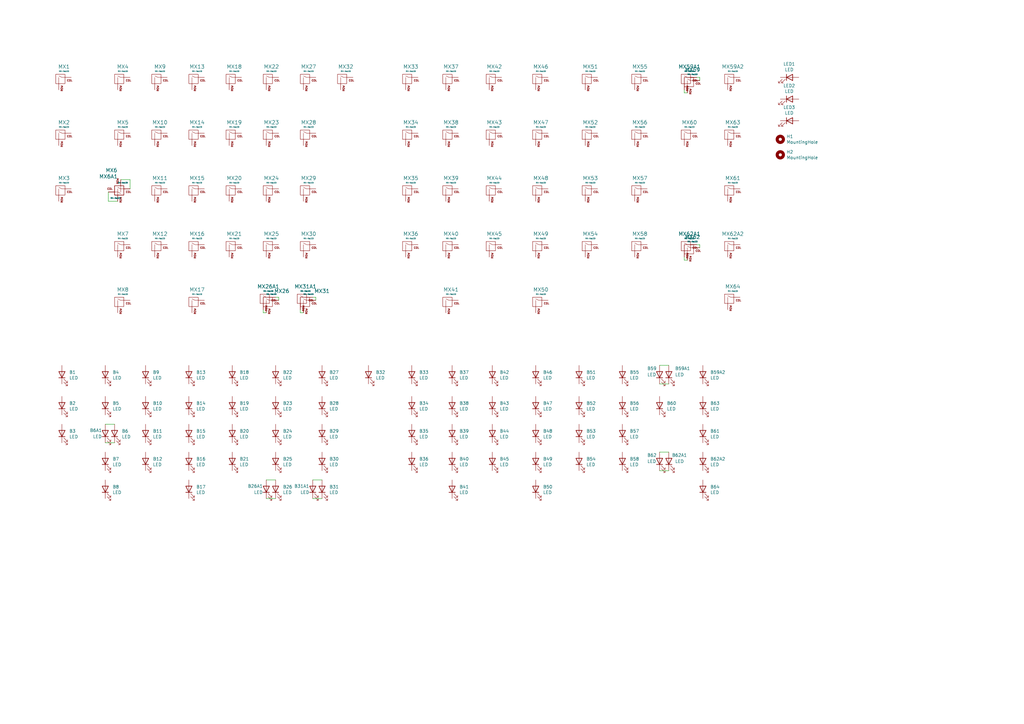
<source format=kicad_sch>
(kicad_sch (version 20230121) (generator eeschema)
  (paper "A3")
  (title_block (title "Alice Template") (rev "1.0") (company "Audrentis"))
  (lib_symbols
    (symbol "Device:LED" (pin_numbers hide) (pin_names (offset 1.016) hide)
      (property "Reference" "D" (at 0 2.54 0))
      (property "Value" "LED" (at 0 -2.54 0))
      (symbol "LED_0_1"
        (polyline (pts (xy -1.27 -1.27) (xy -1.27 1.27)) (stroke (width 0.254)))
        (polyline (pts (xy -1.27 0) (xy 1.27 0)))
        (polyline (pts (xy 1.27 -1.27) (xy 1.27 1.27) (xy -1.27 0) (xy 1.27 -1.27)) (stroke (width 0.254)))
        (polyline (pts (xy -3.048 -0.762) (xy -4.572 -2.286) (xy -3.81 -2.286) (xy -4.572 -2.286) (xy -4.572 -1.524)))
        (polyline (pts (xy -1.778 -0.762) (xy -3.302 -2.286) (xy -2.54 -2.286) (xy -3.302 -2.286) (xy -3.302 -1.524)))
      )
      (symbol "LED_1_1"
        (pin passive line (at -3.81 0 0) (length 2.54) (name "K") (number "1"))
        (pin passive line (at 3.81 0 180) (length 2.54) (name "A") (number "2"))
      )
    )
    (symbol "Mechanical:MountingHole" (pin_names (offset 1.016))
      (property "Reference" "H" (at 0 5.08 0))
      (property "Value" "MountingHole" (at 0 3.175 0))
      (symbol "MountingHole_0_1"
        (circle (center 0 0) (radius 1.27) (stroke (width 1.27)))
      )
    )
    (symbol "alice template-rescue:MX-NoLED-MX_Alps" (pin_names (offset 1.016))
      (property "Reference" "MX" (at -0.635 3.81 0))
      (property "Value" "MX_Alps_MX-NoLED" (at -0.635 1.27 0))
      (symbol "MX-NoLED-MX_Alps_0_0"
        (rectangle (start -2.54 2.54) (end 1.27 -1.27))
        (polyline (pts (xy -1.27 -1.27) (xy -1.27 1.27)) (stroke (width 0.127)))
        (polyline (pts (xy 1.27 1.27) (xy 0 1.27) (xy -1.27 1.905)) (stroke (width 0.127)))
        (text "COL" (at 3.175 0 0) (effects (font (size 0.762 0.762))))
        (text "ROW" (at 0 -1.905 900) (effects (font (size 0.762 0.762)) (justify right)))
      )
      (symbol "MX-NoLED-MX_Alps_1_1"
        (pin passive line (at 3.81 1.27 180) (length 2.54) (name "COL") (number "1"))
        (pin passive line (at -1.27 -3.81 90) (length 2.54) (name "ROW") (number "2"))
      )
    )
  )
  (wire (pts (xy 114.3 121.92) (xy 114.3 123.19)))
  (wire (pts (xy 123.19 127) (xy 123.19 128.27)))
  (wire (pts (xy 280.67 38.1) (xy 281.94 38.1)))
  (wire (pts (xy 113.03 121.92) (xy 114.3 121.92)))
  (wire (pts (xy 107.95 127) (xy 107.95 128.27)))
  (wire (pts (xy 107.95 128.27) (xy 109.22 128.27)))
  (wire (pts (xy 285.75 100.33) (xy 287.02 100.33)))
  (wire (pts (xy 44.45 78.74) (xy 44.45 82.55)))
  (wire (pts (xy 270.51 157.48) (xy 274.32 157.48)))
  (wire (pts (xy 280.67 106.68) (xy 281.94 106.68)))
  (wire (pts (xy 109.22 204.47) (xy 113.03 204.47)))
  (wire (pts (xy 128.27 204.47) (xy 132.08 204.47)))
  (wire (pts (xy 53.34 73.66) (xy 53.34 77.47)))
  (wire (pts (xy 43.18 173.99) (xy 46.99 173.99)))
  (wire (pts (xy 123.19 128.27) (xy 124.46 128.27)))
  (wire (pts (xy 49.53 73.66) (xy 53.34 73.66)))
  (wire (pts (xy 285.75 31.75) (xy 287.02 31.75)))
  (wire (pts (xy 44.45 82.55) (xy 48.26 82.55)))
  (wire (pts (xy 280.67 105.41) (xy 280.67 106.68)))
  (wire (pts (xy 128.27 121.92) (xy 129.54 121.92)))
  (wire (pts (xy 270.51 193.04) (xy 274.32 193.04)))
  (wire (pts (xy 270.51 185.42) (xy 274.32 185.42)))
  (wire (pts (xy 270.51 149.86) (xy 274.32 149.86)))
  (wire (pts (xy 43.18 181.61) (xy 46.99 181.61)))
  (wire (pts (xy 109.22 196.85) (xy 113.03 196.85)))
  (wire (pts (xy 280.67 36.83) (xy 280.67 38.1)))
  (wire (pts (xy 287.02 31.75) (xy 287.02 33.02)))
  (wire (pts (xy 129.54 121.92) (xy 129.54 123.19)))
  (wire (pts (xy 128.27 196.85) (xy 132.08 196.85)))
  (wire (pts (xy 287.02 100.33) (xy 287.02 101.6)))
  (symbol (lib_id "Device:LED") (at 323.85 31.75 0) (unit 1)
    (property "Reference" "LED1" (at 323.6722 26.2636 0))
    (property "Value" "LED" (at 323.6722 28.575 0))
    (property "Footprint" "LED_THT:LED_D3.0mm" (effects hide))
  )
  (symbol (lib_id "Device:LED") (at 323.85 40.64 0) (unit 1)
    (property "Reference" "LED2" (at 323.6722 35.1536 0))
    (property "Value" "LED" (at 323.6722 37.465 0))
    (property "Footprint" "LED_THT:LED_D3.0mm" (effects hide))
  )
  (symbol (lib_id "Device:LED") (at 323.85 49.53 0) (unit 1)
    (property "Reference" "LED3" (at 323.6722 44.0436 0))
    (property "Value" "LED" (at 323.6722 46.355 0))
    (property "Footprint" "LED_THT:LED_D3.0mm" (effects hide))
  )
  (symbol (lib_id "alice template-rescue:MX-NoLED-MX_Alps") (at 25.4 33.02 0) (unit 1)
    (property "Reference" "MX1" (at 26.2382 27.3558 0) (effects (font (size 1.524 1.524))))
    (property "Value" "MX-NoLED" (at 26.2382 29.2354 0) (effects (font (size 0.508 0.508))))
    (property "Footprint" "MX_Alps:MXOnly-1U-NoLED" (effects hide))
  )
  (symbol (lib_id "alice template-rescue:MX-NoLED-MX_Alps") (at 25.4 55.88 0) (unit 1)
    (property "Reference" "MX2" (at 26.2382 50.2158 0) (effects (font (size 1.524 1.524))))
    (property "Value" "MX-NoLED" (at 26.2382 52.0954 0) (effects (font (size 0.508 0.508))))
    (property "Footprint" "MX_Alps:MXOnly-1U-NoLED" (effects hide))
  )
  (symbol (lib_id "alice template-rescue:MX-NoLED-MX_Alps") (at 25.4 78.74 0) (unit 1)
    (property "Reference" "MX3" (at 26.2382 73.0758 0) (effects (font (size 1.524 1.524))))
    (property "Value" "MX-NoLED" (at 26.2382 74.9554 0) (effects (font (size 0.508 0.508))))
    (property "Footprint" "MX_Alps:MXOnly-1U-NoLED" (effects hide))
  )
  (symbol (lib_id "alice template-rescue:MX-NoLED-MX_Alps") (at 49.53 33.02 0) (unit 1)
    (property "Reference" "MX4" (at 50.3682 27.3558 0) (effects (font (size 1.524 1.524))))
    (property "Value" "MX-NoLED" (at 50.3682 29.2354 0) (effects (font (size 0.508 0.508))))
    (property "Footprint" "MX_Alps:MXOnly-1U-NoLED" (effects hide))
  )
  (symbol (lib_id "alice template-rescue:MX-NoLED-MX_Alps") (at 64.77 33.02 0) (unit 1)
    (property "Reference" "MX9" (at 65.6082 27.3558 0) (effects (font (size 1.524 1.524))))
    (property "Value" "MX-NoLED" (at 65.6082 29.2354 0) (effects (font (size 0.508 0.508))))
    (property "Footprint" "MX_Alps:MXOnly-1U-NoLED" (effects hide))
  )
  (symbol (lib_id "alice template-rescue:MX-NoLED-MX_Alps") (at 49.53 55.88 0) (unit 1)
    (property "Reference" "MX5" (at 50.3682 50.2158 0) (effects (font (size 1.524 1.524))))
    (property "Value" "MX-NoLED" (at 50.3682 52.0954 0) (effects (font (size 0.508 0.508))))
    (property "Footprint" "MX_Alps:MXOnly-1.5U-NoLED" (effects hide))
  )
  (symbol (lib_id "alice template-rescue:MX-NoLED-MX_Alps") (at 49.53 78.74 0) (unit 1)
    (property "Reference" "MX6" (at 45.72 69.85 0) (effects (font (size 1.524 1.524))))
    (property "Value" "MX-NoLED" (at 50.3682 74.9554 0) (effects (font (size 0.508 0.508))))
    (property "Footprint" "MX_Alps:MXOnly-1.75U-NoLED" (effects hide))
  )
  (symbol (lib_id "alice template-rescue:MX-NoLED-MX_Alps") (at 49.53 101.6 0) (unit 1)
    (property "Reference" "MX7" (at 50.3682 95.9358 0) (effects (font (size 1.524 1.524))))
    (property "Value" "MX-NoLED" (at 50.3682 97.8154 0) (effects (font (size 0.508 0.508))))
    (property "Footprint" "MX_Alps:MXOnly-2.25U-NoLED" (effects hide))
  )
  (symbol (lib_id "alice template-rescue:MX-NoLED-MX_Alps") (at 49.53 124.46 0) (unit 1)
    (property "Reference" "MX8" (at 50.3682 118.7958 0) (effects (font (size 1.524 1.524))))
    (property "Value" "MX-NoLED" (at 50.3682 120.6754 0) (effects (font (size 0.508 0.508))))
    (property "Footprint" "MX_Alps:MXOnly-1.5U-NoLED" (effects hide))
  )
  (symbol (lib_id "alice template-rescue:MX-NoLED-MX_Alps") (at 125.73 33.02 0) (unit 1)
    (property "Reference" "MX27" (at 126.5682 27.3558 0) (effects (font (size 1.524 1.524))))
    (property "Value" "MX-NoLED" (at 126.5682 29.2354 0) (effects (font (size 0.508 0.508))))
    (property "Footprint" "MX_Alps:MXOnly-1U-NoLED" (effects hide))
  )
  (symbol (lib_id "alice template-rescue:MX-NoLED-MX_Alps") (at 125.73 55.88 0) (unit 1)
    (property "Reference" "MX28" (at 126.5682 50.2158 0) (effects (font (size 1.524 1.524))))
    (property "Value" "MX-NoLED" (at 126.5682 52.0954 0) (effects (font (size 0.508 0.508))))
    (property "Footprint" "MX_Alps:MXOnly-1U-NoLED" (effects hide))
  )
  (symbol (lib_id "alice template-rescue:MX-NoLED-MX_Alps") (at 125.73 78.74 0) (unit 1)
    (property "Reference" "MX29" (at 126.5682 73.0758 0) (effects (font (size 1.524 1.524))))
    (property "Value" "MX-NoLED" (at 126.5682 74.9554 0) (effects (font (size 0.508 0.508))))
    (property "Footprint" "MX_Alps:MXOnly-1U-NoLED" (effects hide))
  )
  (symbol (lib_id "alice template-rescue:MX-NoLED-MX_Alps") (at 125.73 101.6 0) (unit 1)
    (property "Reference" "MX30" (at 126.5682 95.9358 0) (effects (font (size 1.524 1.524))))
    (property "Value" "MX-NoLED" (at 126.5682 97.8154 0) (effects (font (size 0.508 0.508))))
    (property "Footprint" "MX_Alps:MXOnly-1U-NoLED" (effects hide))
  )
  (symbol (lib_id "alice template-rescue:MX-NoLED-MX_Alps") (at 140.97 33.02 0) (unit 1)
    (property "Reference" "MX32" (at 141.8082 27.3558 0) (effects (font (size 1.524 1.524))))
    (property "Value" "MX-NoLED" (at 141.8082 29.2354 0) (effects (font (size 0.508 0.508))))
    (property "Footprint" "MX_Alps:MXOnly-1U-NoLED" (effects hide))
  )
  (symbol (lib_id "alice template-rescue:MX-NoLED-MX_Alps") (at 125.73 124.46 0) (unit 1)
    (property "Reference" "MX31" (at 132.08 119.38 0) (effects (font (size 1.524 1.524))))
    (property "Value" "MX-NoLED" (at 126.5682 120.6754 0) (effects (font (size 0.508 0.508))))
    (property "Footprint" "MX_Alps:MXOnly-1U-NoLED" (effects hide))
  )
  (symbol (lib_id "alice template-rescue:MX-NoLED-MX_Alps") (at 124.46 123.19 0) (unit 1)
    (property "Reference" "MX31A1" (at 125.2982 117.5258 0) (effects (font (size 1.524 1.524))))
    (property "Value" "MX-NoLED" (at 125.2982 119.4054 0) (effects (font (size 0.508 0.508))))
    (property "Footprint" "MX_Alps:MXOnly-1.25U-NoLED" (effects hide))
  )
  (symbol (lib_id "alice template-rescue:MX-NoLED-MX_Alps") (at 48.26 77.47 180) (unit 1)
    (property "Reference" "MX6A1" (at 44.45 72.39 0) (effects (font (size 1.524 1.524))))
    (property "Value" "MX-NoLED" (at 47.4218 81.2546 0) (effects (font (size 0.508 0.508))))
    (property "Footprint" "MX_Alps:MXOnly-1.25U-NoLED" (effects hide))
  )
  (symbol (lib_id "alice template-rescue:MX-NoLED-MX_Alps") (at 64.77 55.88 0) (unit 1)
    (property "Reference" "MX10" (at 65.6082 50.2158 0) (effects (font (size 1.524 1.524))))
    (property "Value" "MX-NoLED" (at 65.6082 52.0954 0) (effects (font (size 0.508 0.508))))
    (property "Footprint" "MX_Alps:MXOnly-1U-NoLED" (effects hide))
  )
  (symbol (lib_id "alice template-rescue:MX-NoLED-MX_Alps") (at 64.77 78.74 0) (unit 1)
    (property "Reference" "MX11" (at 65.6082 73.0758 0) (effects (font (size 1.524 1.524))))
    (property "Value" "MX-NoLED" (at 65.6082 74.9554 0) (effects (font (size 0.508 0.508))))
    (property "Footprint" "MX_Alps:MXOnly-1U-NoLED" (effects hide))
  )
  (symbol (lib_id "alice template-rescue:MX-NoLED-MX_Alps") (at 64.77 101.6 0) (unit 1)
    (property "Reference" "MX12" (at 65.6082 95.9358 0) (effects (font (size 1.524 1.524))))
    (property "Value" "MX-NoLED" (at 65.6082 97.8154 0) (effects (font (size 0.508 0.508))))
    (property "Footprint" "MX_Alps:MXOnly-1U-NoLED" (effects hide))
  )
  (symbol (lib_id "Device:LED") (at 25.4 153.67 90) (unit 1)
    (property "Reference" "B1" (at 28.3718 152.6794 90) (effects (justify right)))
    (property "Value" "LED" (at 28.3718 154.9908 90) (effects (justify right)))
    (property "Footprint" "MX_Alps:MXOnly-LEDONLY" (effects hide))
  )
  (symbol (lib_id "Device:LED") (at 25.4 166.37 90) (unit 1)
    (property "Reference" "B2" (at 28.3718 165.3794 90) (effects (justify right)))
    (property "Value" "LED" (at 28.3718 167.6908 90) (effects (justify right)))
    (property "Footprint" "MX_Alps:MXOnly-LEDONLY" (effects hide))
  )
  (symbol (lib_id "Device:LED") (at 25.4 177.8 90) (unit 1)
    (property "Reference" "B3" (at 28.3718 176.8094 90) (effects (justify right)))
    (property "Value" "LED" (at 28.3718 179.1208 90) (effects (justify right)))
    (property "Footprint" "MX_Alps:MXOnly-LEDONLY" (effects hide))
  )
  (symbol (lib_id "Device:LED") (at 43.18 153.67 90) (unit 1)
    (property "Reference" "B4" (at 46.1518 152.6794 90) (effects (justify right)))
    (property "Value" "LED" (at 46.1518 154.9908 90) (effects (justify right)))
    (property "Footprint" "MX_Alps:MXOnly-LEDONLY" (effects hide))
  )
  (symbol (lib_id "Device:LED") (at 43.18 166.37 90) (unit 1)
    (property "Reference" "B5" (at 46.1518 165.3794 90) (effects (justify right)))
    (property "Value" "LED" (at 46.1518 167.6908 90) (effects (justify right)))
    (property "Footprint" "MX_Alps:MXOnly-LEDONLY" (effects hide))
  )
  (symbol (lib_id "Device:LED") (at 43.18 177.8 90) (unit 1)
    (property "Reference" "B6A1" (at 36.83 176.53 90) (effects (justify right)))
    (property "Value" "LED" (at 38.1 179.07 90) (effects (justify right)))
    (property "Footprint" "MX_Alps:MXOnly-LEDONLY" (effects hide))
  )
  (symbol (lib_id "Device:LED") (at 43.18 189.23 90) (unit 1)
    (property "Reference" "B7" (at 46.1518 188.2394 90) (effects (justify right)))
    (property "Value" "LED" (at 46.1518 190.5508 90) (effects (justify right)))
    (property "Footprint" "MX_Alps:MXOnly-LEDONLY" (effects hide))
  )
  (symbol (lib_id "Device:LED") (at 43.18 200.66 90) (unit 1)
    (property "Reference" "B8" (at 46.1518 199.6694 90) (effects (justify right)))
    (property "Value" "LED" (at 46.1518 201.9808 90) (effects (justify right)))
    (property "Footprint" "MX_Alps:MXOnly-LEDONLY" (effects hide))
  )
  (symbol (lib_id "Device:LED") (at 46.99 177.8 90) (unit 1)
    (property "Reference" "B6" (at 49.9618 176.8094 90) (effects (justify right)))
    (property "Value" "LED" (at 49.9618 179.1208 90) (effects (justify right)))
    (property "Footprint" "MX_Alps:MXOnly-LEDONLY" (effects hide))
  )
  (symbol (lib_id "Device:LED") (at 59.69 153.67 90) (unit 1)
    (property "Reference" "B9" (at 62.6618 152.6794 90) (effects (justify right)))
    (property "Value" "LED" (at 62.6618 154.9908 90) (effects (justify right)))
    (property "Footprint" "MX_Alps:MXOnly-LEDONLY" (effects hide))
  )
  (symbol (lib_id "Device:LED") (at 59.69 166.37 90) (unit 1)
    (property "Reference" "B10" (at 62.6872 165.3794 90) (effects (justify right)))
    (property "Value" "LED" (at 62.6872 167.6908 90) (effects (justify right)))
    (property "Footprint" "MX_Alps:MXOnly-LEDONLY" (effects hide))
  )
  (symbol (lib_id "Device:LED") (at 59.69 177.8 90) (unit 1)
    (property "Reference" "B11" (at 62.6872 176.8094 90) (effects (justify right)))
    (property "Value" "LED" (at 62.6872 179.1208 90) (effects (justify right)))
    (property "Footprint" "MX_Alps:MXOnly-LEDONLY" (effects hide))
  )
  (symbol (lib_id "Device:LED") (at 59.69 189.23 90) (unit 1)
    (property "Reference" "B12" (at 62.6872 188.2394 90) (effects (justify right)))
    (property "Value" "LED" (at 62.6872 190.5508 90) (effects (justify right)))
    (property "Footprint" "MX_Alps:MXOnly-LEDONLY" (effects hide))
  )
  (symbol (lib_id "Device:LED") (at 132.08 153.67 90) (unit 1)
    (property "Reference" "B27" (at 135.0772 152.6794 90) (effects (justify right)))
    (property "Value" "LED" (at 135.0772 154.9908 90) (effects (justify right)))
    (property "Footprint" "MX_Alps:MXOnly-LEDONLY" (effects hide))
  )
  (symbol (lib_id "Device:LED") (at 132.08 166.37 90) (unit 1)
    (property "Reference" "B28" (at 135.0772 165.3794 90) (effects (justify right)))
    (property "Value" "LED" (at 135.0772 167.6908 90) (effects (justify right)))
    (property "Footprint" "MX_Alps:MXOnly-LEDONLY" (effects hide))
  )
  (symbol (lib_id "Device:LED") (at 132.08 177.8 90) (unit 1)
    (property "Reference" "B29" (at 135.0772 176.8094 90) (effects (justify right)))
    (property "Value" "LED" (at 135.0772 179.1208 90) (effects (justify right)))
    (property "Footprint" "MX_Alps:MXOnly-LEDONLY" (effects hide))
  )
  (symbol (lib_id "Device:LED") (at 132.08 189.23 90) (unit 1)
    (property "Reference" "B30" (at 135.0772 188.2394 90) (effects (justify right)))
    (property "Value" "LED" (at 135.0772 190.5508 90) (effects (justify right)))
    (property "Footprint" "MX_Alps:MXOnly-LEDONLY" (effects hide))
  )
  (symbol (lib_id "Device:LED") (at 132.08 200.66 90) (unit 1)
    (property "Reference" "B31" (at 135.0772 199.6694 90) (effects (justify right)))
    (property "Value" "LED" (at 135.0772 201.9808 90) (effects (justify right)))
    (property "Footprint" "MX_Alps:MXOnly-LEDONLY" (effects hide))
  )
  (symbol (lib_id "Device:LED") (at 128.27 200.66 90) (unit 1)
    (property "Reference" "B31A1" (at 120.65 199.39 90) (effects (justify right)))
    (property "Value" "LED" (at 123.19 201.93 90) (effects (justify right)))
    (property "Footprint" "MX_Alps:MXOnly-LEDONLY" (effects hide))
  )
  (symbol (lib_id "Device:LED") (at 151.13 153.67 90) (unit 1)
    (property "Reference" "B32" (at 154.1272 152.6794 90) (effects (justify right)))
    (property "Value" "LED" (at 154.1272 154.9908 90) (effects (justify right)))
    (property "Footprint" "MX_Alps:MXOnly-LEDONLY" (effects hide))
  )
  (symbol (lib_id "alice template-rescue:MX-NoLED-MX_Alps") (at 80.01 33.02 0) (unit 1)
    (property "Reference" "MX13" (at 80.8482 27.3558 0) (effects (font (size 1.524 1.524))))
    (property "Value" "MX-NoLED" (at 80.8482 29.2354 0) (effects (font (size 0.508 0.508))))
    (property "Footprint" "MX_Alps:MXOnly-1U-NoLED" (effects hide))
  )
  (symbol (lib_id "alice template-rescue:MX-NoLED-MX_Alps") (at 80.01 55.88 0) (unit 1)
    (property "Reference" "MX14" (at 80.8482 50.2158 0) (effects (font (size 1.524 1.524))))
    (property "Value" "MX-NoLED" (at 80.8482 52.0954 0) (effects (font (size 0.508 0.508))))
    (property "Footprint" "MX_Alps:MXOnly-1U-NoLED" (effects hide))
  )
  (symbol (lib_id "alice template-rescue:MX-NoLED-MX_Alps") (at 80.01 78.74 0) (unit 1)
    (property "Reference" "MX15" (at 80.8482 73.0758 0) (effects (font (size 1.524 1.524))))
    (property "Value" "MX-NoLED" (at 80.8482 74.9554 0) (effects (font (size 0.508 0.508))))
    (property "Footprint" "MX_Alps:MXOnly-1U-NoLED" (effects hide))
  )
  (symbol (lib_id "alice template-rescue:MX-NoLED-MX_Alps") (at 80.01 101.6 0) (unit 1)
    (property "Reference" "MX16" (at 80.8482 95.9358 0) (effects (font (size 1.524 1.524))))
    (property "Value" "MX-NoLED" (at 80.8482 97.8154 0) (effects (font (size 0.508 0.508))))
    (property "Footprint" "MX_Alps:MXOnly-1U-NoLED" (effects hide))
  )
  (symbol (lib_id "alice template-rescue:MX-NoLED-MX_Alps") (at 80.01 124.46 0) (unit 1)
    (property "Reference" "MX17" (at 80.8482 118.7958 0) (effects (font (size 1.524 1.524))))
    (property "Value" "MX-NoLED" (at 80.8482 120.6754 0) (effects (font (size 0.508 0.508))))
    (property "Footprint" "MX_Alps:MXOnly-1.5U-NoLED" (effects hide))
  )
  (symbol (lib_id "alice template-rescue:MX-NoLED-MX_Alps") (at 167.64 33.02 0) (unit 1)
    (property "Reference" "MX33" (at 168.4782 27.3558 0) (effects (font (size 1.524 1.524))))
    (property "Value" "MX-NoLED" (at 168.4782 29.2354 0) (effects (font (size 0.508 0.508))))
    (property "Footprint" "MX_Alps:MXOnly-1U-NoLED" (effects hide))
  )
  (symbol (lib_id "alice template-rescue:MX-NoLED-MX_Alps") (at 167.64 55.88 0) (unit 1)
    (property "Reference" "MX34" (at 168.4782 50.2158 0) (effects (font (size 1.524 1.524))))
    (property "Value" "MX-NoLED" (at 168.4782 52.0954 0) (effects (font (size 0.508 0.508))))
    (property "Footprint" "MX_Alps:MXOnly-1U-NoLED" (effects hide))
  )
  (symbol (lib_id "alice template-rescue:MX-NoLED-MX_Alps") (at 167.64 78.74 0) (unit 1)
    (property "Reference" "MX35" (at 168.4782 73.0758 0) (effects (font (size 1.524 1.524))))
    (property "Value" "MX-NoLED" (at 168.4782 74.9554 0) (effects (font (size 0.508 0.508))))
    (property "Footprint" "MX_Alps:MXOnly-1U-NoLED" (effects hide))
  )
  (symbol (lib_id "alice template-rescue:MX-NoLED-MX_Alps") (at 167.64 101.6 0) (unit 1)
    (property "Reference" "MX36" (at 168.4782 95.9358 0) (effects (font (size 1.524 1.524))))
    (property "Value" "MX-NoLED" (at 168.4782 97.8154 0) (effects (font (size 0.508 0.508))))
    (property "Footprint" "MX_Alps:MXOnly-1U-NoLED" (effects hide))
  )
  (symbol (lib_id "Device:LED") (at 77.47 153.67 90) (unit 1)
    (property "Reference" "B13" (at 80.4672 152.6794 90) (effects (justify right)))
    (property "Value" "LED" (at 80.4672 154.9908 90) (effects (justify right)))
    (property "Footprint" "MX_Alps:MXOnly-LEDONLY" (effects hide))
  )
  (symbol (lib_id "Device:LED") (at 77.47 166.37 90) (unit 1)
    (property "Reference" "B14" (at 80.4672 165.3794 90) (effects (justify right)))
    (property "Value" "LED" (at 80.4672 167.6908 90) (effects (justify right)))
    (property "Footprint" "MX_Alps:MXOnly-LEDONLY" (effects hide))
  )
  (symbol (lib_id "Device:LED") (at 77.47 177.8 90) (unit 1)
    (property "Reference" "B15" (at 80.4672 176.8094 90) (effects (justify right)))
    (property "Value" "LED" (at 80.4672 179.1208 90) (effects (justify right)))
    (property "Footprint" "MX_Alps:MXOnly-LEDONLY" (effects hide))
  )
  (symbol (lib_id "Device:LED") (at 77.47 189.23 90) (unit 1)
    (property "Reference" "B16" (at 80.4672 188.2394 90) (effects (justify right)))
    (property "Value" "LED" (at 80.4672 190.5508 90) (effects (justify right)))
    (property "Footprint" "MX_Alps:MXOnly-LEDONLY" (effects hide))
  )
  (symbol (lib_id "Device:LED") (at 77.47 200.66 90) (unit 1)
    (property "Reference" "B17" (at 80.4672 199.6694 90) (effects (justify right)))
    (property "Value" "LED" (at 80.4672 201.9808 90) (effects (justify right)))
    (property "Footprint" "MX_Alps:MXOnly-LEDONLY" (effects hide))
  )
  (symbol (lib_id "alice template-rescue:MX-NoLED-MX_Alps") (at 184.15 33.02 0) (unit 1)
    (property "Reference" "MX37" (at 184.9882 27.3558 0) (effects (font (size 1.524 1.524))))
    (property "Value" "MX-NoLED" (at 184.9882 29.2354 0) (effects (font (size 0.508 0.508))))
    (property "Footprint" "MX_Alps:MXOnly-1U-NoLED" (effects hide))
  )
  (symbol (lib_id "alice template-rescue:MX-NoLED-MX_Alps") (at 184.15 55.88 0) (unit 1)
    (property "Reference" "MX38" (at 184.9882 50.2158 0) (effects (font (size 1.524 1.524))))
    (property "Value" "MX-NoLED" (at 184.9882 52.0954 0) (effects (font (size 0.508 0.508))))
    (property "Footprint" "MX_Alps:MXOnly-1U-NoLED" (effects hide))
  )
  (symbol (lib_id "alice template-rescue:MX-NoLED-MX_Alps") (at 184.15 78.74 0) (unit 1)
    (property "Reference" "MX39" (at 184.9882 73.0758 0) (effects (font (size 1.524 1.524))))
    (property "Value" "MX-NoLED" (at 184.9882 74.9554 0) (effects (font (size 0.508 0.508))))
    (property "Footprint" "MX_Alps:MXOnly-1U-NoLED" (effects hide))
  )
  (symbol (lib_id "alice template-rescue:MX-NoLED-MX_Alps") (at 184.15 101.6 0) (unit 1)
    (property "Reference" "MX40" (at 184.9882 95.9358 0) (effects (font (size 1.524 1.524))))
    (property "Value" "MX-NoLED" (at 184.9882 97.8154 0) (effects (font (size 0.508 0.508))))
    (property "Footprint" "MX_Alps:MXOnly-1U-NoLED" (effects hide))
  )
  (symbol (lib_id "alice template-rescue:MX-NoLED-MX_Alps") (at 184.15 124.46 0) (unit 1)
    (property "Reference" "MX41" (at 184.9882 118.7958 0) (effects (font (size 1.524 1.524))))
    (property "Value" "MX-NoLED" (at 184.9882 120.6754 0) (effects (font (size 0.508 0.508))))
    (property "Footprint" "MX_Alps:MXOnly-2.75U-ReversedStabilizers-NoLED" (effects hide))
  )
  (symbol (lib_id "alice template-rescue:MX-NoLED-MX_Alps") (at 95.25 33.02 0) (unit 1)
    (property "Reference" "MX18" (at 96.0882 27.3558 0) (effects (font (size 1.524 1.524))))
    (property "Value" "MX-NoLED" (at 96.0882 29.2354 0) (effects (font (size 0.508 0.508))))
    (property "Footprint" "MX_Alps:MXOnly-1U-NoLED" (effects hide))
  )
  (symbol (lib_id "alice template-rescue:MX-NoLED-MX_Alps") (at 95.25 55.88 0) (unit 1)
    (property "Reference" "MX19" (at 96.0882 50.2158 0) (effects (font (size 1.524 1.524))))
    (property "Value" "MX-NoLED" (at 96.0882 52.0954 0) (effects (font (size 0.508 0.508))))
    (property "Footprint" "MX_Alps:MXOnly-1U-NoLED" (effects hide))
  )
  (symbol (lib_id "alice template-rescue:MX-NoLED-MX_Alps") (at 95.25 78.74 0) (unit 1)
    (property "Reference" "MX20" (at 96.0882 73.0758 0) (effects (font (size 1.524 1.524))))
    (property "Value" "MX-NoLED" (at 96.0882 74.9554 0) (effects (font (size 0.508 0.508))))
    (property "Footprint" "MX_Alps:MXOnly-1U-NoLED" (effects hide))
  )
  (symbol (lib_id "alice template-rescue:MX-NoLED-MX_Alps") (at 95.25 101.6 0) (unit 1)
    (property "Reference" "MX21" (at 96.0882 95.9358 0) (effects (font (size 1.524 1.524))))
    (property "Value" "MX-NoLED" (at 96.0882 97.8154 0) (effects (font (size 0.508 0.508))))
    (property "Footprint" "MX_Alps:MXOnly-1U-NoLED" (effects hide))
  )
  (symbol (lib_id "Mechanical:MountingHole") (at 320.04 57.15 0) (unit 1)
    (property "Reference" "H1" (at 322.58 55.9816 0) (effects (justify left)))
    (property "Value" "MountingHole" (at 322.58 58.293 0) (effects (justify left)))
    (property "Footprint" "MountingHole:MountingHole_5mm" (effects hide))
  )
  (symbol (lib_id "Mechanical:MountingHole") (at 320.04 63.5 0) (unit 1)
    (property "Reference" "H2" (at 322.58 62.3316 0) (effects (justify left)))
    (property "Value" "MountingHole" (at 322.58 64.643 0) (effects (justify left)))
    (property "Footprint" "MountingHole:MountingHole_5mm" (effects hide))
  )
  (symbol (lib_id "Device:LED") (at 168.91 153.67 90) (unit 1)
    (property "Reference" "B33" (at 171.9072 152.6794 90) (effects (justify right)))
    (property "Value" "LED" (at 171.9072 154.9908 90) (effects (justify right)))
    (property "Footprint" "MX_Alps:MXOnly-LEDONLY" (effects hide))
  )
  (symbol (lib_id "Device:LED") (at 168.91 166.37 90) (unit 1)
    (property "Reference" "B34" (at 171.9072 165.3794 90) (effects (justify right)))
    (property "Value" "LED" (at 171.9072 167.6908 90) (effects (justify right)))
    (property "Footprint" "MX_Alps:MXOnly-LEDONLY" (effects hide))
  )
  (symbol (lib_id "Device:LED") (at 168.91 177.8 90) (unit 1)
    (property "Reference" "B35" (at 171.9072 176.8094 90) (effects (justify right)))
    (property "Value" "LED" (at 171.9072 179.1208 90) (effects (justify right)))
    (property "Footprint" "MX_Alps:MXOnly-LEDONLY" (effects hide))
  )
  (symbol (lib_id "Device:LED") (at 168.91 189.23 90) (unit 1)
    (property "Reference" "B36" (at 171.9072 188.2394 90) (effects (justify right)))
    (property "Value" "LED" (at 171.9072 190.5508 90) (effects (justify right)))
    (property "Footprint" "MX_Alps:MXOnly-LEDONLY" (effects hide))
  )
  (symbol (lib_id "Device:LED") (at 185.42 153.67 90) (unit 1)
    (property "Reference" "B37" (at 188.4172 152.6794 90) (effects (justify right)))
    (property "Value" "LED" (at 188.4172 154.9908 90) (effects (justify right)))
    (property "Footprint" "MX_Alps:MXOnly-LEDONLY" (effects hide))
  )
  (symbol (lib_id "Device:LED") (at 185.42 166.37 90) (unit 1)
    (property "Reference" "B38" (at 188.4172 165.3794 90) (effects (justify right)))
    (property "Value" "LED" (at 188.4172 167.6908 90) (effects (justify right)))
    (property "Footprint" "MX_Alps:MXOnly-LEDONLY" (effects hide))
  )
  (symbol (lib_id "Device:LED") (at 185.42 177.8 90) (unit 1)
    (property "Reference" "B39" (at 188.4172 176.8094 90) (effects (justify right)))
    (property "Value" "LED" (at 188.4172 179.1208 90) (effects (justify right)))
    (property "Footprint" "MX_Alps:MXOnly-LEDONLY" (effects hide))
  )
  (symbol (lib_id "Device:LED") (at 185.42 189.23 90) (unit 1)
    (property "Reference" "B40" (at 188.4172 188.2394 90) (effects (justify right)))
    (property "Value" "LED" (at 188.4172 190.5508 90) (effects (justify right)))
    (property "Footprint" "MX_Alps:MXOnly-LEDONLY" (effects hide))
  )
  (symbol (lib_id "Device:LED") (at 185.42 200.66 90) (unit 1)
    (property "Reference" "B41" (at 188.4172 199.6694 90) (effects (justify right)))
    (property "Value" "LED" (at 188.4172 201.9808 90) (effects (justify right)))
    (property "Footprint" "MX_Alps:MXOnly-LEDONLY" (effects hide))
  )
  (symbol (lib_id "Device:LED") (at 95.25 153.67 90) (unit 1)
    (property "Reference" "B18" (at 98.2472 152.6794 90) (effects (justify right)))
    (property "Value" "LED" (at 98.2472 154.9908 90) (effects (justify right)))
    (property "Footprint" "MX_Alps:MXOnly-LEDONLY" (effects hide))
  )
  (symbol (lib_id "Device:LED") (at 95.25 166.37 90) (unit 1)
    (property "Reference" "B19" (at 98.2472 165.3794 90) (effects (justify right)))
    (property "Value" "LED" (at 98.2472 167.6908 90) (effects (justify right)))
    (property "Footprint" "MX_Alps:MXOnly-LEDONLY" (effects hide))
  )
  (symbol (lib_id "Device:LED") (at 95.25 177.8 90) (unit 1)
    (property "Reference" "B20" (at 98.2472 176.8094 90) (effects (justify right)))
    (property "Value" "LED" (at 98.2472 179.1208 90) (effects (justify right)))
    (property "Footprint" "MX_Alps:MXOnly-LEDONLY" (effects hide))
  )
  (symbol (lib_id "Device:LED") (at 95.25 189.23 90) (unit 1)
    (property "Reference" "B21" (at 98.2472 188.2394 90) (effects (justify right)))
    (property "Value" "LED" (at 98.2472 190.5508 90) (effects (justify right)))
    (property "Footprint" "MX_Alps:MXOnly-LEDONLY" (effects hide))
  )
  (symbol (lib_id "alice template-rescue:MX-NoLED-MX_Alps") (at 110.49 33.02 0) (unit 1)
    (property "Reference" "MX22" (at 111.3282 27.3558 0) (effects (font (size 1.524 1.524))))
    (property "Value" "MX-NoLED" (at 111.3282 29.2354 0) (effects (font (size 0.508 0.508))))
    (property "Footprint" "MX_Alps:MXOnly-1U-NoLED" (effects hide))
  )
  (symbol (lib_id "alice template-rescue:MX-NoLED-MX_Alps") (at 110.49 55.88 0) (unit 1)
    (property "Reference" "MX23" (at 111.3282 50.2158 0) (effects (font (size 1.524 1.524))))
    (property "Value" "MX-NoLED" (at 111.3282 52.0954 0) (effects (font (size 0.508 0.508))))
    (property "Footprint" "MX_Alps:MXOnly-1U-NoLED" (effects hide))
  )
  (symbol (lib_id "alice template-rescue:MX-NoLED-MX_Alps") (at 110.49 78.74 0) (unit 1)
    (property "Reference" "MX24" (at 111.3282 73.0758 0) (effects (font (size 1.524 1.524))))
    (property "Value" "MX-NoLED" (at 111.3282 74.9554 0) (effects (font (size 0.508 0.508))))
    (property "Footprint" "MX_Alps:MXOnly-1U-NoLED" (effects hide))
  )
  (symbol (lib_id "alice template-rescue:MX-NoLED-MX_Alps") (at 110.49 101.6 0) (unit 1)
    (property "Reference" "MX25" (at 111.3282 95.9358 0) (effects (font (size 1.524 1.524))))
    (property "Value" "MX-NoLED" (at 111.3282 97.8154 0) (effects (font (size 0.508 0.508))))
    (property "Footprint" "MX_Alps:MXOnly-1U-NoLED" (effects hide))
  )
  (symbol (lib_id "alice template-rescue:MX-NoLED-MX_Alps") (at 201.93 33.02 0) (unit 1)
    (property "Reference" "MX42" (at 202.7682 27.3558 0) (effects (font (size 1.524 1.524))))
    (property "Value" "MX-NoLED" (at 202.7682 29.2354 0) (effects (font (size 0.508 0.508))))
    (property "Footprint" "MX_Alps:MXOnly-1U-NoLED" (effects hide))
  )
  (symbol (lib_id "alice template-rescue:MX-NoLED-MX_Alps") (at 201.93 55.88 0) (unit 1)
    (property "Reference" "MX43" (at 202.7682 50.2158 0) (effects (font (size 1.524 1.524))))
    (property "Value" "MX-NoLED" (at 202.7682 52.0954 0) (effects (font (size 0.508 0.508))))
    (property "Footprint" "MX_Alps:MXOnly-1U-NoLED" (effects hide))
  )
  (symbol (lib_id "alice template-rescue:MX-NoLED-MX_Alps") (at 201.93 78.74 0) (unit 1)
    (property "Reference" "MX44" (at 202.7682 73.0758 0) (effects (font (size 1.524 1.524))))
    (property "Value" "MX-NoLED" (at 202.7682 74.9554 0) (effects (font (size 0.508 0.508))))
    (property "Footprint" "MX_Alps:MXOnly-1U-NoLED" (effects hide))
  )
  (symbol (lib_id "alice template-rescue:MX-NoLED-MX_Alps") (at 201.93 101.6 0) (unit 1)
    (property "Reference" "MX45" (at 202.7682 95.9358 0) (effects (font (size 1.524 1.524))))
    (property "Value" "MX-NoLED" (at 202.7682 97.8154 0) (effects (font (size 0.508 0.508))))
    (property "Footprint" "MX_Alps:MXOnly-1U-NoLED" (effects hide))
  )
  (symbol (lib_id "Device:LED") (at 113.03 153.67 90) (unit 1)
    (property "Reference" "B22" (at 116.0272 152.6794 90) (effects (justify right)))
    (property "Value" "LED" (at 116.0272 154.9908 90) (effects (justify right)))
    (property "Footprint" "MX_Alps:MXOnly-LEDONLY" (effects hide))
  )
  (symbol (lib_id "Device:LED") (at 113.03 166.37 90) (unit 1)
    (property "Reference" "B23" (at 116.0272 165.3794 90) (effects (justify right)))
    (property "Value" "LED" (at 116.0272 167.6908 90) (effects (justify right)))
    (property "Footprint" "MX_Alps:MXOnly-LEDONLY" (effects hide))
  )
  (symbol (lib_id "Device:LED") (at 113.03 177.8 90) (unit 1)
    (property "Reference" "B24" (at 116.0272 176.8094 90) (effects (justify right)))
    (property "Value" "LED" (at 116.0272 179.1208 90) (effects (justify right)))
    (property "Footprint" "MX_Alps:MXOnly-LEDONLY" (effects hide))
  )
  (symbol (lib_id "Device:LED") (at 113.03 189.23 90) (unit 1)
    (property "Reference" "B25" (at 116.0272 188.2394 90) (effects (justify right)))
    (property "Value" "LED" (at 116.0272 190.5508 90) (effects (justify right)))
    (property "Footprint" "MX_Alps:MXOnly-LEDONLY" (effects hide))
  )
  (symbol (lib_id "alice template-rescue:MX-NoLED-MX_Alps") (at 110.49 124.46 0) (unit 1)
    (property "Reference" "MX26" (at 115.57 119.38 0) (effects (font (size 1.524 1.524))))
    (property "Value" "MX-NoLED" (at 111.3282 120.6754 0) (effects (font (size 0.508 0.508))))
    (property "Footprint" "MX_Alps:MXOnly-2.25U-ReversedStabilizers-NoLED" (effects hide))
  )
  (symbol (lib_id "alice template-rescue:MX-NoLED-MX_Alps") (at 109.22 123.19 0) (unit 1)
    (property "Reference" "MX26A1" (at 110.0582 117.5258 0) (effects (font (size 1.524 1.524))))
    (property "Value" "MX-NoLED" (at 110.0582 119.4054 0) (effects (font (size 0.508 0.508))))
    (property "Footprint" "MX_Alps:MXOnly-2U-ReversedStabilizers-NoLED" (effects hide))
  )
  (symbol (lib_id "Device:LED") (at 113.03 200.66 90) (unit 1)
    (property "Reference" "B26" (at 116.0272 199.6694 90) (effects (justify right)))
    (property "Value" "LED" (at 116.0272 201.9808 90) (effects (justify right)))
    (property "Footprint" "MX_Alps:MXOnly-LEDONLY" (effects hide))
  )
  (symbol (lib_id "Device:LED") (at 201.93 153.67 90) (unit 1)
    (property "Reference" "B42" (at 204.9272 152.6794 90) (effects (justify right)))
    (property "Value" "LED" (at 204.9272 154.9908 90) (effects (justify right)))
    (property "Footprint" "MX_Alps:MXOnly-LEDONLY" (effects hide))
  )
  (symbol (lib_id "Device:LED") (at 201.93 166.37 90) (unit 1)
    (property "Reference" "B43" (at 204.9272 165.3794 90) (effects (justify right)))
    (property "Value" "LED" (at 204.9272 167.6908 90) (effects (justify right)))
    (property "Footprint" "MX_Alps:MXOnly-LEDONLY" (effects hide))
  )
  (symbol (lib_id "Device:LED") (at 201.93 177.8 90) (unit 1)
    (property "Reference" "B44" (at 204.9272 176.8094 90) (effects (justify right)))
    (property "Value" "LED" (at 204.9272 179.1208 90) (effects (justify right)))
    (property "Footprint" "MX_Alps:MXOnly-LEDONLY" (effects hide))
  )
  (symbol (lib_id "Device:LED") (at 201.93 189.23 90) (unit 1)
    (property "Reference" "B45" (at 204.9272 188.2394 90) (effects (justify right)))
    (property "Value" "LED" (at 204.9272 190.5508 90) (effects (justify right)))
    (property "Footprint" "MX_Alps:MXOnly-LEDONLY" (effects hide))
  )
  (symbol (lib_id "Device:LED") (at 109.22 200.66 90) (unit 1)
    (property "Reference" "B26A1" (at 101.6 199.39 90) (effects (justify right)))
    (property "Value" "LED" (at 104.14 201.93 90) (effects (justify right)))
    (property "Footprint" "MX_Alps:MXOnly-LEDONLY" (effects hide))
  )
  (symbol (lib_id "alice template-rescue:MX-NoLED-MX_Alps") (at 220.98 33.02 0) (unit 1)
    (property "Reference" "MX46" (at 221.8182 27.3558 0) (effects (font (size 1.524 1.524))))
    (property "Value" "MX-NoLED" (at 221.8182 29.2354 0) (effects (font (size 0.508 0.508))))
    (property "Footprint" "MX_Alps:MXOnly-1U-NoLED" (effects hide))
  )
  (symbol (lib_id "alice template-rescue:MX-NoLED-MX_Alps") (at 220.98 55.88 0) (unit 1)
    (property "Reference" "MX47" (at 221.8182 50.2158 0) (effects (font (size 1.524 1.524))))
    (property "Value" "MX-NoLED" (at 221.8182 52.0954 0) (effects (font (size 0.508 0.508))))
    (property "Footprint" "MX_Alps:MXOnly-1U-NoLED" (effects hide))
  )
  (symbol (lib_id "alice template-rescue:MX-NoLED-MX_Alps") (at 220.98 78.74 0) (unit 1)
    (property "Reference" "MX48" (at 221.8182 73.0758 0) (effects (font (size 1.524 1.524))))
    (property "Value" "MX-NoLED" (at 221.8182 74.9554 0) (effects (font (size 0.508 0.508))))
    (property "Footprint" "MX_Alps:MXOnly-1U-NoLED" (effects hide))
  )
  (symbol (lib_id "alice template-rescue:MX-NoLED-MX_Alps") (at 220.98 101.6 0) (unit 1)
    (property "Reference" "MX49" (at 221.8182 95.9358 0) (effects (font (size 1.524 1.524))))
    (property "Value" "MX-NoLED" (at 221.8182 97.8154 0) (effects (font (size 0.508 0.508))))
    (property "Footprint" "MX_Alps:MXOnly-1U-NoLED" (effects hide))
  )
  (symbol (lib_id "alice template-rescue:MX-NoLED-MX_Alps") (at 220.98 124.46 0) (unit 1)
    (property "Reference" "MX50" (at 221.8182 118.7958 0) (effects (font (size 1.524 1.524))))
    (property "Value" "MX-NoLED" (at 221.8182 120.6754 0) (effects (font (size 0.508 0.508))))
    (property "Footprint" "MX_Alps:MXOnly-1.5U-NoLED" (effects hide))
  )
  (symbol (lib_id "Device:LED") (at 219.71 153.67 90) (unit 1)
    (property "Reference" "B46" (at 222.7072 152.6794 90) (effects (justify right)))
    (property "Value" "LED" (at 222.7072 154.9908 90) (effects (justify right)))
    (property "Footprint" "MX_Alps:MXOnly-LEDONLY" (effects hide))
  )
  (symbol (lib_id "Device:LED") (at 219.71 166.37 90) (unit 1)
    (property "Reference" "B47" (at 222.7072 165.3794 90) (effects (justify right)))
    (property "Value" "LED" (at 222.7072 167.6908 90) (effects (justify right)))
    (property "Footprint" "MX_Alps:MXOnly-LEDONLY" (effects hide))
  )
  (symbol (lib_id "Device:LED") (at 219.71 177.8 90) (unit 1)
    (property "Reference" "B48" (at 222.7072 176.8094 90) (effects (justify right)))
    (property "Value" "LED" (at 222.7072 179.1208 90) (effects (justify right)))
    (property "Footprint" "MX_Alps:MXOnly-LEDONLY" (effects hide))
  )
  (symbol (lib_id "Device:LED") (at 219.71 189.23 90) (unit 1)
    (property "Reference" "B49" (at 222.7072 188.2394 90) (effects (justify right)))
    (property "Value" "LED" (at 222.7072 190.5508 90) (effects (justify right)))
    (property "Footprint" "MX_Alps:MXOnly-LEDONLY" (effects hide))
  )
  (symbol (lib_id "Device:LED") (at 219.71 200.66 90) (unit 1)
    (property "Reference" "B50" (at 222.7072 199.6694 90) (effects (justify right)))
    (property "Value" "LED" (at 222.7072 201.9808 90) (effects (justify right)))
    (property "Footprint" "MX_Alps:MXOnly-LEDONLY" (effects hide))
  )
  (symbol (lib_id "alice template-rescue:MX-NoLED-MX_Alps") (at 241.3 33.02 0) (unit 1)
    (property "Reference" "MX51" (at 242.1382 27.3558 0) (effects (font (size 1.524 1.524))))
    (property "Value" "MX-NoLED" (at 242.1382 29.2354 0) (effects (font (size 0.508 0.508))))
    (property "Footprint" "MX_Alps:MXOnly-1U-NoLED" (effects hide))
  )
  (symbol (lib_id "alice template-rescue:MX-NoLED-MX_Alps") (at 241.3 55.88 0) (unit 1)
    (property "Reference" "MX52" (at 242.1382 50.2158 0) (effects (font (size 1.524 1.524))))
    (property "Value" "MX-NoLED" (at 242.1382 52.0954 0) (effects (font (size 0.508 0.508))))
    (property "Footprint" "MX_Alps:MXOnly-1U-NoLED" (effects hide))
  )
  (symbol (lib_id "alice template-rescue:MX-NoLED-MX_Alps") (at 241.3 78.74 0) (unit 1)
    (property "Reference" "MX53" (at 242.1382 73.0758 0) (effects (font (size 1.524 1.524))))
    (property "Value" "MX-NoLED" (at 242.1382 74.9554 0) (effects (font (size 0.508 0.508))))
    (property "Footprint" "MX_Alps:MXOnly-1U-NoLED" (effects hide))
  )
  (symbol (lib_id "alice template-rescue:MX-NoLED-MX_Alps") (at 241.3 101.6 0) (unit 1)
    (property "Reference" "MX54" (at 242.1382 95.9358 0) (effects (font (size 1.524 1.524))))
    (property "Value" "MX-NoLED" (at 242.1382 97.8154 0) (effects (font (size 0.508 0.508))))
    (property "Footprint" "MX_Alps:MXOnly-1U-NoLED" (effects hide))
  )
  (symbol (lib_id "alice template-rescue:MX-NoLED-MX_Alps") (at 261.62 33.02 0) (unit 1)
    (property "Reference" "MX55" (at 262.4582 27.3558 0) (effects (font (size 1.524 1.524))))
    (property "Value" "MX-NoLED" (at 262.4582 29.2354 0) (effects (font (size 0.508 0.508))))
    (property "Footprint" "MX_Alps:MXOnly-1U-NoLED" (effects hide))
  )
  (symbol (lib_id "alice template-rescue:MX-NoLED-MX_Alps") (at 261.62 55.88 0) (unit 1)
    (property "Reference" "MX56" (at 262.4582 50.2158 0) (effects (font (size 1.524 1.524))))
    (property "Value" "MX-NoLED" (at 262.4582 52.0954 0) (effects (font (size 0.508 0.508))))
    (property "Footprint" "MX_Alps:MXOnly-1U-NoLED" (effects hide))
  )
  (symbol (lib_id "alice template-rescue:MX-NoLED-MX_Alps") (at 261.62 78.74 0) (unit 1)
    (property "Reference" "MX57" (at 262.4582 73.0758 0) (effects (font (size 1.524 1.524))))
    (property "Value" "MX-NoLED" (at 262.4582 74.9554 0) (effects (font (size 0.508 0.508))))
    (property "Footprint" "MX_Alps:MXOnly-1U-NoLED" (effects hide))
  )
  (symbol (lib_id "alice template-rescue:MX-NoLED-MX_Alps") (at 261.62 101.6 0) (unit 1)
    (property "Reference" "MX58" (at 262.4582 95.9358 0) (effects (font (size 1.524 1.524))))
    (property "Value" "MX-NoLED" (at 262.4582 97.8154 0) (effects (font (size 0.508 0.508))))
    (property "Footprint" "MX_Alps:MXOnly-1U-NoLED" (effects hide))
  )
  (symbol (lib_id "Device:LED") (at 237.49 153.67 90) (unit 1)
    (property "Reference" "B51" (at 240.4872 152.6794 90) (effects (justify right)))
    (property "Value" "LED" (at 240.4872 154.9908 90) (effects (justify right)))
    (property "Footprint" "MX_Alps:MXOnly-LEDONLY" (effects hide))
  )
  (symbol (lib_id "Device:LED") (at 237.49 166.37 90) (unit 1)
    (property "Reference" "B52" (at 240.4872 165.3794 90) (effects (justify right)))
    (property "Value" "LED" (at 240.4872 167.6908 90) (effects (justify right)))
    (property "Footprint" "MX_Alps:MXOnly-LEDONLY" (effects hide))
  )
  (symbol (lib_id "Device:LED") (at 237.49 177.8 90) (unit 1)
    (property "Reference" "B53" (at 240.4872 176.8094 90) (effects (justify right)))
    (property "Value" "LED" (at 240.4872 179.1208 90) (effects (justify right)))
    (property "Footprint" "MX_Alps:MXOnly-LEDONLY" (effects hide))
  )
  (symbol (lib_id "Device:LED") (at 237.49 189.23 90) (unit 1)
    (property "Reference" "B54" (at 240.4872 188.2394 90) (effects (justify right)))
    (property "Value" "LED" (at 240.4872 190.5508 90) (effects (justify right)))
    (property "Footprint" "MX_Alps:MXOnly-LEDONLY" (effects hide))
  )
  (symbol (lib_id "Device:LED") (at 255.27 153.67 90) (unit 1)
    (property "Reference" "B55" (at 258.2672 152.6794 90) (effects (justify right)))
    (property "Value" "LED" (at 258.2672 154.9908 90) (effects (justify right)))
    (property "Footprint" "MX_Alps:MXOnly-LEDONLY" (effects hide))
  )
  (symbol (lib_id "Device:LED") (at 255.27 166.37 90) (unit 1)
    (property "Reference" "B56" (at 258.2672 165.3794 90) (effects (justify right)))
    (property "Value" "LED" (at 258.2672 167.6908 90) (effects (justify right)))
    (property "Footprint" "MX_Alps:MXOnly-LEDONLY" (effects hide))
  )
  (symbol (lib_id "Device:LED") (at 255.27 177.8 90) (unit 1)
    (property "Reference" "B57" (at 258.2672 176.8094 90) (effects (justify right)))
    (property "Value" "LED" (at 258.2672 179.1208 90) (effects (justify right)))
    (property "Footprint" "MX_Alps:MXOnly-LEDONLY" (effects hide))
  )
  (symbol (lib_id "Device:LED") (at 255.27 189.23 90) (unit 1)
    (property "Reference" "B58" (at 258.2672 188.2394 90) (effects (justify right)))
    (property "Value" "LED" (at 258.2672 190.5508 90) (effects (justify right)))
    (property "Footprint" "MX_Alps:MXOnly-LEDONLY" (effects hide))
  )
  (symbol (lib_id "alice template-rescue:MX-NoLED-MX_Alps") (at 283.21 34.29 0) (unit 1)
    (property "Reference" "MX59" (at 284.0482 28.6258 0) (effects (font (size 1.524 1.524))))
    (property "Value" "MX-NoLED" (at 284.0482 30.5054 0) (effects (font (size 0.508 0.508))))
    (property "Footprint" "MX_Alps:MXOnly-2U-NoLED" (effects hide))
  )
  (symbol (lib_id "alice template-rescue:MX-NoLED-MX_Alps") (at 281.94 33.02 0) (unit 1)
    (property "Reference" "MX59A1" (at 282.7782 27.3558 0) (effects (font (size 1.524 1.524))))
    (property "Value" "MX-NoLED" (at 282.7782 29.2354 0) (effects (font (size 0.508 0.508))))
    (property "Footprint" "MX_Alps:MXOnly-1U-NoLED" (effects hide))
  )
  (symbol (lib_id "alice template-rescue:MX-NoLED-MX_Alps") (at 299.72 33.02 0) (unit 1)
    (property "Reference" "MX59A2" (at 300.5582 27.3558 0) (effects (font (size 1.524 1.524))))
    (property "Value" "MX-NoLED" (at 300.5582 29.2354 0) (effects (font (size 0.508 0.508))))
    (property "Footprint" "MX_Alps:MXOnly-1U-NoLED" (effects hide))
  )
  (symbol (lib_id "alice template-rescue:MX-NoLED-MX_Alps") (at 281.94 55.88 0) (unit 1)
    (property "Reference" "MX60" (at 282.7782 50.2158 0) (effects (font (size 1.524 1.524))))
    (property "Value" "MX-NoLED" (at 282.7782 52.0954 0) (effects (font (size 0.508 0.508))))
    (property "Footprint" "MX_Alps:MXOnly-1U-NoLED" (effects hide))
  )
  (symbol (lib_id "alice template-rescue:MX-NoLED-MX_Alps") (at 299.72 55.88 0) (unit 1)
    (property "Reference" "MX63" (at 300.5582 50.2158 0) (effects (font (size 1.524 1.524))))
    (property "Value" "MX-NoLED" (at 300.5582 52.0954 0) (effects (font (size 0.508 0.508))))
    (property "Footprint" "MX_Alps:MXOnly-1.5U-NoLED" (effects hide))
  )
  (symbol (lib_id "alice template-rescue:MX-NoLED-MX_Alps") (at 299.72 78.74 0) (unit 1)
    (property "Reference" "MX61" (at 300.5582 73.0758 0) (effects (font (size 1.524 1.524))))
    (property "Value" "MX-NoLED" (at 300.5582 74.9554 0) (effects (font (size 0.508 0.508))))
    (property "Footprint" "MX_Alps:MXOnly-2.25U-ReversedStabilizers-NoLED" (effects hide))
  )
  (symbol (lib_id "alice template-rescue:MX-NoLED-MX_Alps") (at 283.21 102.87 0) (unit 1)
    (property "Reference" "MX62" (at 284.0482 97.2058 0) (effects (font (size 1.524 1.524))))
    (property "Value" "MX-NoLED" (at 284.0482 99.0854 0) (effects (font (size 0.508 0.508))))
    (property "Footprint" "MX_Alps:MXOnly-2.75U-NoLED" (effects hide))
  )
  (symbol (lib_id "alice template-rescue:MX-NoLED-MX_Alps") (at 281.94 101.6 0) (unit 1)
    (property "Reference" "MX62A1" (at 282.7782 95.9358 0) (effects (font (size 1.524 1.524))))
    (property "Value" "MX-NoLED" (at 282.7782 97.8154 0) (effects (font (size 0.508 0.508))))
    (property "Footprint" "MX_Alps:MXOnly-1.75U-NoLED" (effects hide))
  )
  (symbol (lib_id "alice template-rescue:MX-NoLED-MX_Alps") (at 299.72 101.6 0) (unit 1)
    (property "Reference" "MX62A2" (at 300.5582 95.9358 0) (effects (font (size 1.524 1.524))))
    (property "Value" "MX-NoLED" (at 300.5582 97.8154 0) (effects (font (size 0.508 0.508))))
    (property "Footprint" "MX_Alps:MXOnly-1U-NoLED" (effects hide))
  )
  (symbol (lib_id "alice template-rescue:MX-NoLED-MX_Alps") (at 299.72 123.19 0) (unit 1)
    (property "Reference" "MX64" (at 300.5582 117.5258 0) (effects (font (size 1.524 1.524))))
    (property "Value" "MX-NoLED" (at 300.5582 119.4054 0) (effects (font (size 0.508 0.508))))
    (property "Footprint" "MX_Alps:MXOnly-1.5U-NoLED" (effects hide))
  )
  (symbol (lib_id "Device:LED") (at 270.51 153.67 90) (unit 1)
    (property "Reference" "B59" (at 265.43 151.13 90) (effects (justify right)))
    (property "Value" "LED" (at 265.43 153.67 90) (effects (justify right)))
    (property "Footprint" "MX_Alps:MXOnly-LEDONLY" (effects hide))
  )
  (symbol (lib_id "Device:LED") (at 270.51 166.37 90) (unit 1)
    (property "Reference" "B60" (at 273.5072 165.3794 90) (effects (justify right)))
    (property "Value" "LED" (at 273.5072 167.6908 90) (effects (justify right)))
    (property "Footprint" "MX_Alps:MXOnly-LEDONLY" (effects hide))
  )
  (symbol (lib_id "Device:LED") (at 288.29 177.8 90) (unit 1)
    (property "Reference" "B61" (at 291.2872 176.8094 90) (effects (justify right)))
    (property "Value" "LED" (at 291.2872 179.1208 90) (effects (justify right)))
    (property "Footprint" "MX_Alps:MXOnly-LEDONLY" (effects hide))
  )
  (symbol (lib_id "Device:LED") (at 270.51 189.23 90) (unit 1)
    (property "Reference" "B62" (at 265.43 186.69 90) (effects (justify right)))
    (property "Value" "LED" (at 265.43 189.23 90) (effects (justify right)))
    (property "Footprint" "MX_Alps:MXOnly-LEDONLY" (effects hide))
  )
  (symbol (lib_id "Device:LED") (at 274.32 153.67 90) (unit 1)
    (property "Reference" "B59A1" (at 276.86 151.13 90) (effects (justify right)))
    (property "Value" "LED" (at 276.86 153.67 90) (effects (justify right)))
    (property "Footprint" "MX_Alps:MXOnly-LEDONLY" (effects hide))
  )
  (symbol (lib_id "Device:LED") (at 288.29 153.67 90) (unit 1)
    (property "Reference" "B59A2" (at 291.2872 152.6794 90) (effects (justify right)))
    (property "Value" "LED" (at 291.2872 154.9908 90) (effects (justify right)))
    (property "Footprint" "MX_Alps:MXOnly-LEDONLY" (effects hide))
  )
  (symbol (lib_id "Device:LED") (at 274.32 189.23 90) (unit 1)
    (property "Reference" "B62A1" (at 275.59 186.69 90) (effects (justify right)))
    (property "Value" "LED" (at 276.86 189.23 90) (effects (justify right)))
    (property "Footprint" "MX_Alps:MXOnly-LEDONLY" (effects hide))
  )
  (symbol (lib_id "Device:LED") (at 288.29 189.23 90) (unit 1)
    (property "Reference" "B62A2" (at 291.2872 188.2394 90) (effects (justify right)))
    (property "Value" "LED" (at 291.2872 190.5508 90) (effects (justify right)))
    (property "Footprint" "MX_Alps:MXOnly-LEDONLY" (effects hide))
  )
  (symbol (lib_id "Device:LED") (at 288.29 166.37 90) (unit 1)
    (property "Reference" "B63" (at 291.2872 165.3794 90) (effects (justify right)))
    (property "Value" "LED" (at 291.2872 167.6908 90) (effects (justify right)))
    (property "Footprint" "MX_Alps:MXOnly-LEDONLY" (effects hide))
  )
  (symbol (lib_id "Device:LED") (at 288.29 200.66 90) (unit 1)
    (property "Reference" "B64" (at 291.2872 199.6694 90) (effects (justify right)))
    (property "Value" "LED" (at 291.2872 201.9808 90) (effects (justify right)))
    (property "Footprint" "MX_Alps:MXOnly-LEDONLY" (effects hide))
  )
)
</source>
